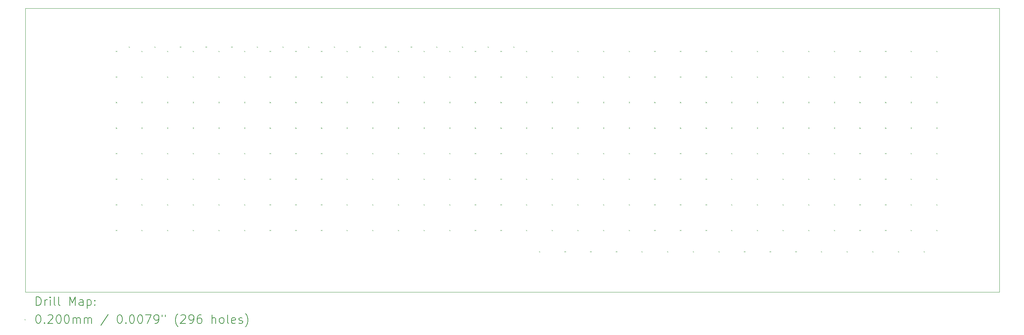
<source format=gbr>
%TF.GenerationSoftware,KiCad,Pcbnew,6.0.8+dfsg-1~bpo11+1*%
%TF.CreationDate,2023-03-24T18:54:09-04:00*%
%TF.ProjectId,captouch_sensor_interleaved_loose,63617074-6f75-4636-985f-73656e736f72,rev?*%
%TF.SameCoordinates,Original*%
%TF.FileFunction,Drillmap*%
%TF.FilePolarity,Positive*%
%FSLAX45Y45*%
G04 Gerber Fmt 4.5, Leading zero omitted, Abs format (unit mm)*
G04 Created by KiCad (PCBNEW 6.0.8+dfsg-1~bpo11+1) date 2023-03-24 18:54:09*
%MOMM*%
%LPD*%
G01*
G04 APERTURE LIST*
%ADD10C,0.100000*%
%ADD11C,0.200000*%
%ADD12C,0.020000*%
G04 APERTURE END LIST*
D10*
X4217500Y-4700000D02*
X27005000Y-4700000D01*
X27005000Y-4700000D02*
X27005000Y-11355000D01*
X27005000Y-11355000D02*
X4217500Y-11355000D01*
X4217500Y-11355000D02*
X4217500Y-4700000D01*
D11*
D12*
X6332500Y-5697500D02*
X6352500Y-5717500D01*
X6352500Y-5697500D02*
X6332500Y-5717500D01*
X6332500Y-6297500D02*
X6352500Y-6317500D01*
X6352500Y-6297500D02*
X6332500Y-6317500D01*
X6332500Y-6897500D02*
X6352500Y-6917500D01*
X6352500Y-6897500D02*
X6332500Y-6917500D01*
X6332500Y-7497500D02*
X6352500Y-7517500D01*
X6352500Y-7497500D02*
X6332500Y-7517500D01*
X6332500Y-8097500D02*
X6352500Y-8117500D01*
X6352500Y-8097500D02*
X6332500Y-8117500D01*
X6332500Y-8697500D02*
X6352500Y-8717500D01*
X6352500Y-8697500D02*
X6332500Y-8717500D01*
X6332500Y-9297500D02*
X6352500Y-9317500D01*
X6352500Y-9297500D02*
X6332500Y-9317500D01*
X6332500Y-9897500D02*
X6352500Y-9917500D01*
X6352500Y-9897500D02*
X6332500Y-9917500D01*
X6632500Y-5597500D02*
X6652500Y-5617500D01*
X6652500Y-5597500D02*
X6632500Y-5617500D01*
X6932500Y-5697500D02*
X6952500Y-5717500D01*
X6952500Y-5697500D02*
X6932500Y-5717500D01*
X6932500Y-6297500D02*
X6952500Y-6317500D01*
X6952500Y-6297500D02*
X6932500Y-6317500D01*
X6932500Y-6897500D02*
X6952500Y-6917500D01*
X6952500Y-6897500D02*
X6932500Y-6917500D01*
X6932500Y-7497500D02*
X6952500Y-7517500D01*
X6952500Y-7497500D02*
X6932500Y-7517500D01*
X6932500Y-8097500D02*
X6952500Y-8117500D01*
X6952500Y-8097500D02*
X6932500Y-8117500D01*
X6932500Y-8697500D02*
X6952500Y-8717500D01*
X6952500Y-8697500D02*
X6932500Y-8717500D01*
X6932500Y-9297500D02*
X6952500Y-9317500D01*
X6952500Y-9297500D02*
X6932500Y-9317500D01*
X6932500Y-9897500D02*
X6952500Y-9917500D01*
X6952500Y-9897500D02*
X6932500Y-9917500D01*
X7232500Y-5597500D02*
X7252500Y-5617500D01*
X7252500Y-5597500D02*
X7232500Y-5617500D01*
X7532500Y-5697500D02*
X7552500Y-5717500D01*
X7552500Y-5697500D02*
X7532500Y-5717500D01*
X7532500Y-6297500D02*
X7552500Y-6317500D01*
X7552500Y-6297500D02*
X7532500Y-6317500D01*
X7532500Y-6897500D02*
X7552500Y-6917500D01*
X7552500Y-6897500D02*
X7532500Y-6917500D01*
X7532500Y-7497500D02*
X7552500Y-7517500D01*
X7552500Y-7497500D02*
X7532500Y-7517500D01*
X7532500Y-8097500D02*
X7552500Y-8117500D01*
X7552500Y-8097500D02*
X7532500Y-8117500D01*
X7532500Y-8697500D02*
X7552500Y-8717500D01*
X7552500Y-8697500D02*
X7532500Y-8717500D01*
X7532500Y-9297500D02*
X7552500Y-9317500D01*
X7552500Y-9297500D02*
X7532500Y-9317500D01*
X7532500Y-9897500D02*
X7552500Y-9917500D01*
X7552500Y-9897500D02*
X7532500Y-9917500D01*
X7832500Y-5597500D02*
X7852500Y-5617500D01*
X7852500Y-5597500D02*
X7832500Y-5617500D01*
X8132500Y-5697500D02*
X8152500Y-5717500D01*
X8152500Y-5697500D02*
X8132500Y-5717500D01*
X8132500Y-6297500D02*
X8152500Y-6317500D01*
X8152500Y-6297500D02*
X8132500Y-6317500D01*
X8132500Y-6897500D02*
X8152500Y-6917500D01*
X8152500Y-6897500D02*
X8132500Y-6917500D01*
X8132500Y-7497500D02*
X8152500Y-7517500D01*
X8152500Y-7497500D02*
X8132500Y-7517500D01*
X8132500Y-8097500D02*
X8152500Y-8117500D01*
X8152500Y-8097500D02*
X8132500Y-8117500D01*
X8132500Y-8697500D02*
X8152500Y-8717500D01*
X8152500Y-8697500D02*
X8132500Y-8717500D01*
X8132500Y-9297500D02*
X8152500Y-9317500D01*
X8152500Y-9297500D02*
X8132500Y-9317500D01*
X8132500Y-9897500D02*
X8152500Y-9917500D01*
X8152500Y-9897500D02*
X8132500Y-9917500D01*
X8432500Y-5597500D02*
X8452500Y-5617500D01*
X8452500Y-5597500D02*
X8432500Y-5617500D01*
X8732500Y-5697500D02*
X8752500Y-5717500D01*
X8752500Y-5697500D02*
X8732500Y-5717500D01*
X8732500Y-6297500D02*
X8752500Y-6317500D01*
X8752500Y-6297500D02*
X8732500Y-6317500D01*
X8732500Y-6897500D02*
X8752500Y-6917500D01*
X8752500Y-6897500D02*
X8732500Y-6917500D01*
X8732500Y-7497500D02*
X8752500Y-7517500D01*
X8752500Y-7497500D02*
X8732500Y-7517500D01*
X8732500Y-8097500D02*
X8752500Y-8117500D01*
X8752500Y-8097500D02*
X8732500Y-8117500D01*
X8732500Y-8697500D02*
X8752500Y-8717500D01*
X8752500Y-8697500D02*
X8732500Y-8717500D01*
X8732500Y-9297500D02*
X8752500Y-9317500D01*
X8752500Y-9297500D02*
X8732500Y-9317500D01*
X8732500Y-9897500D02*
X8752500Y-9917500D01*
X8752500Y-9897500D02*
X8732500Y-9917500D01*
X9032500Y-5597500D02*
X9052500Y-5617500D01*
X9052500Y-5597500D02*
X9032500Y-5617500D01*
X9332500Y-5697500D02*
X9352500Y-5717500D01*
X9352500Y-5697500D02*
X9332500Y-5717500D01*
X9332500Y-6297500D02*
X9352500Y-6317500D01*
X9352500Y-6297500D02*
X9332500Y-6317500D01*
X9332500Y-6897500D02*
X9352500Y-6917500D01*
X9352500Y-6897500D02*
X9332500Y-6917500D01*
X9332500Y-7497500D02*
X9352500Y-7517500D01*
X9352500Y-7497500D02*
X9332500Y-7517500D01*
X9332500Y-8097500D02*
X9352500Y-8117500D01*
X9352500Y-8097500D02*
X9332500Y-8117500D01*
X9332500Y-8697500D02*
X9352500Y-8717500D01*
X9352500Y-8697500D02*
X9332500Y-8717500D01*
X9332500Y-9297500D02*
X9352500Y-9317500D01*
X9352500Y-9297500D02*
X9332500Y-9317500D01*
X9332500Y-9897500D02*
X9352500Y-9917500D01*
X9352500Y-9897500D02*
X9332500Y-9917500D01*
X9632500Y-5597500D02*
X9652500Y-5617500D01*
X9652500Y-5597500D02*
X9632500Y-5617500D01*
X9932500Y-5697500D02*
X9952500Y-5717500D01*
X9952500Y-5697500D02*
X9932500Y-5717500D01*
X9932500Y-6297500D02*
X9952500Y-6317500D01*
X9952500Y-6297500D02*
X9932500Y-6317500D01*
X9932500Y-6897500D02*
X9952500Y-6917500D01*
X9952500Y-6897500D02*
X9932500Y-6917500D01*
X9932500Y-7497500D02*
X9952500Y-7517500D01*
X9952500Y-7497500D02*
X9932500Y-7517500D01*
X9932500Y-8097500D02*
X9952500Y-8117500D01*
X9952500Y-8097500D02*
X9932500Y-8117500D01*
X9932500Y-8697500D02*
X9952500Y-8717500D01*
X9952500Y-8697500D02*
X9932500Y-8717500D01*
X9932500Y-9297500D02*
X9952500Y-9317500D01*
X9952500Y-9297500D02*
X9932500Y-9317500D01*
X9932500Y-9897500D02*
X9952500Y-9917500D01*
X9952500Y-9897500D02*
X9932500Y-9917500D01*
X10232500Y-5597500D02*
X10252500Y-5617500D01*
X10252500Y-5597500D02*
X10232500Y-5617500D01*
X10532500Y-5697500D02*
X10552500Y-5717500D01*
X10552500Y-5697500D02*
X10532500Y-5717500D01*
X10532500Y-6297500D02*
X10552500Y-6317500D01*
X10552500Y-6297500D02*
X10532500Y-6317500D01*
X10532500Y-6897500D02*
X10552500Y-6917500D01*
X10552500Y-6897500D02*
X10532500Y-6917500D01*
X10532500Y-7497500D02*
X10552500Y-7517500D01*
X10552500Y-7497500D02*
X10532500Y-7517500D01*
X10532500Y-8097500D02*
X10552500Y-8117500D01*
X10552500Y-8097500D02*
X10532500Y-8117500D01*
X10532500Y-8697500D02*
X10552500Y-8717500D01*
X10552500Y-8697500D02*
X10532500Y-8717500D01*
X10532500Y-9297500D02*
X10552500Y-9317500D01*
X10552500Y-9297500D02*
X10532500Y-9317500D01*
X10532500Y-9897500D02*
X10552500Y-9917500D01*
X10552500Y-9897500D02*
X10532500Y-9917500D01*
X10832500Y-5597500D02*
X10852500Y-5617500D01*
X10852500Y-5597500D02*
X10832500Y-5617500D01*
X11132500Y-5697500D02*
X11152500Y-5717500D01*
X11152500Y-5697500D02*
X11132500Y-5717500D01*
X11132500Y-6297500D02*
X11152500Y-6317500D01*
X11152500Y-6297500D02*
X11132500Y-6317500D01*
X11132500Y-6897500D02*
X11152500Y-6917500D01*
X11152500Y-6897500D02*
X11132500Y-6917500D01*
X11132500Y-7497500D02*
X11152500Y-7517500D01*
X11152500Y-7497500D02*
X11132500Y-7517500D01*
X11132500Y-8097500D02*
X11152500Y-8117500D01*
X11152500Y-8097500D02*
X11132500Y-8117500D01*
X11132500Y-8697500D02*
X11152500Y-8717500D01*
X11152500Y-8697500D02*
X11132500Y-8717500D01*
X11132500Y-9297500D02*
X11152500Y-9317500D01*
X11152500Y-9297500D02*
X11132500Y-9317500D01*
X11132500Y-9897500D02*
X11152500Y-9917500D01*
X11152500Y-9897500D02*
X11132500Y-9917500D01*
X11432500Y-5597500D02*
X11452500Y-5617500D01*
X11452500Y-5597500D02*
X11432500Y-5617500D01*
X11732500Y-5697500D02*
X11752500Y-5717500D01*
X11752500Y-5697500D02*
X11732500Y-5717500D01*
X11732500Y-6297500D02*
X11752500Y-6317500D01*
X11752500Y-6297500D02*
X11732500Y-6317500D01*
X11732500Y-6897500D02*
X11752500Y-6917500D01*
X11752500Y-6897500D02*
X11732500Y-6917500D01*
X11732500Y-7497500D02*
X11752500Y-7517500D01*
X11752500Y-7497500D02*
X11732500Y-7517500D01*
X11732500Y-8097500D02*
X11752500Y-8117500D01*
X11752500Y-8097500D02*
X11732500Y-8117500D01*
X11732500Y-8697500D02*
X11752500Y-8717500D01*
X11752500Y-8697500D02*
X11732500Y-8717500D01*
X11732500Y-9297500D02*
X11752500Y-9317500D01*
X11752500Y-9297500D02*
X11732500Y-9317500D01*
X11732500Y-9897500D02*
X11752500Y-9917500D01*
X11752500Y-9897500D02*
X11732500Y-9917500D01*
X12032500Y-5597500D02*
X12052500Y-5617500D01*
X12052500Y-5597500D02*
X12032500Y-5617500D01*
X12332500Y-5697500D02*
X12352500Y-5717500D01*
X12352500Y-5697500D02*
X12332500Y-5717500D01*
X12332500Y-6297500D02*
X12352500Y-6317500D01*
X12352500Y-6297500D02*
X12332500Y-6317500D01*
X12332500Y-6897500D02*
X12352500Y-6917500D01*
X12352500Y-6897500D02*
X12332500Y-6917500D01*
X12332500Y-7497500D02*
X12352500Y-7517500D01*
X12352500Y-7497500D02*
X12332500Y-7517500D01*
X12332500Y-8097500D02*
X12352500Y-8117500D01*
X12352500Y-8097500D02*
X12332500Y-8117500D01*
X12332500Y-8697500D02*
X12352500Y-8717500D01*
X12352500Y-8697500D02*
X12332500Y-8717500D01*
X12332500Y-9297500D02*
X12352500Y-9317500D01*
X12352500Y-9297500D02*
X12332500Y-9317500D01*
X12332500Y-9897500D02*
X12352500Y-9917500D01*
X12352500Y-9897500D02*
X12332500Y-9917500D01*
X12632500Y-5597500D02*
X12652500Y-5617500D01*
X12652500Y-5597500D02*
X12632500Y-5617500D01*
X12932500Y-5697500D02*
X12952500Y-5717500D01*
X12952500Y-5697500D02*
X12932500Y-5717500D01*
X12932500Y-6297500D02*
X12952500Y-6317500D01*
X12952500Y-6297500D02*
X12932500Y-6317500D01*
X12932500Y-6897500D02*
X12952500Y-6917500D01*
X12952500Y-6897500D02*
X12932500Y-6917500D01*
X12932500Y-7497500D02*
X12952500Y-7517500D01*
X12952500Y-7497500D02*
X12932500Y-7517500D01*
X12932500Y-8097500D02*
X12952500Y-8117500D01*
X12952500Y-8097500D02*
X12932500Y-8117500D01*
X12932500Y-8697500D02*
X12952500Y-8717500D01*
X12952500Y-8697500D02*
X12932500Y-8717500D01*
X12932500Y-9297500D02*
X12952500Y-9317500D01*
X12952500Y-9297500D02*
X12932500Y-9317500D01*
X12932500Y-9897500D02*
X12952500Y-9917500D01*
X12952500Y-9897500D02*
X12932500Y-9917500D01*
X13232500Y-5597500D02*
X13252500Y-5617500D01*
X13252500Y-5597500D02*
X13232500Y-5617500D01*
X13532500Y-5697500D02*
X13552500Y-5717500D01*
X13552500Y-5697500D02*
X13532500Y-5717500D01*
X13532500Y-6297500D02*
X13552500Y-6317500D01*
X13552500Y-6297500D02*
X13532500Y-6317500D01*
X13532500Y-6897500D02*
X13552500Y-6917500D01*
X13552500Y-6897500D02*
X13532500Y-6917500D01*
X13532500Y-7497500D02*
X13552500Y-7517500D01*
X13552500Y-7497500D02*
X13532500Y-7517500D01*
X13532500Y-8097500D02*
X13552500Y-8117500D01*
X13552500Y-8097500D02*
X13532500Y-8117500D01*
X13532500Y-8697500D02*
X13552500Y-8717500D01*
X13552500Y-8697500D02*
X13532500Y-8717500D01*
X13532500Y-9297500D02*
X13552500Y-9317500D01*
X13552500Y-9297500D02*
X13532500Y-9317500D01*
X13532500Y-9897500D02*
X13552500Y-9917500D01*
X13552500Y-9897500D02*
X13532500Y-9917500D01*
X13832500Y-5597500D02*
X13852500Y-5617500D01*
X13852500Y-5597500D02*
X13832500Y-5617500D01*
X14132500Y-5697500D02*
X14152500Y-5717500D01*
X14152500Y-5697500D02*
X14132500Y-5717500D01*
X14132500Y-6297500D02*
X14152500Y-6317500D01*
X14152500Y-6297500D02*
X14132500Y-6317500D01*
X14132500Y-6897500D02*
X14152500Y-6917500D01*
X14152500Y-6897500D02*
X14132500Y-6917500D01*
X14132500Y-7497500D02*
X14152500Y-7517500D01*
X14152500Y-7497500D02*
X14132500Y-7517500D01*
X14132500Y-8097500D02*
X14152500Y-8117500D01*
X14152500Y-8097500D02*
X14132500Y-8117500D01*
X14132500Y-8697500D02*
X14152500Y-8717500D01*
X14152500Y-8697500D02*
X14132500Y-8717500D01*
X14132500Y-9297500D02*
X14152500Y-9317500D01*
X14152500Y-9297500D02*
X14132500Y-9317500D01*
X14132500Y-9897500D02*
X14152500Y-9917500D01*
X14152500Y-9897500D02*
X14132500Y-9917500D01*
X14432500Y-5597500D02*
X14452500Y-5617500D01*
X14452500Y-5597500D02*
X14432500Y-5617500D01*
X14732500Y-5697500D02*
X14752500Y-5717500D01*
X14752500Y-5697500D02*
X14732500Y-5717500D01*
X14732500Y-6297500D02*
X14752500Y-6317500D01*
X14752500Y-6297500D02*
X14732500Y-6317500D01*
X14732500Y-6897500D02*
X14752500Y-6917500D01*
X14752500Y-6897500D02*
X14732500Y-6917500D01*
X14732500Y-7497500D02*
X14752500Y-7517500D01*
X14752500Y-7497500D02*
X14732500Y-7517500D01*
X14732500Y-8097500D02*
X14752500Y-8117500D01*
X14752500Y-8097500D02*
X14732500Y-8117500D01*
X14732500Y-8697500D02*
X14752500Y-8717500D01*
X14752500Y-8697500D02*
X14732500Y-8717500D01*
X14732500Y-9297500D02*
X14752500Y-9317500D01*
X14752500Y-9297500D02*
X14732500Y-9317500D01*
X14732500Y-9897500D02*
X14752500Y-9917500D01*
X14752500Y-9897500D02*
X14732500Y-9917500D01*
X15032500Y-5597500D02*
X15052500Y-5617500D01*
X15052500Y-5597500D02*
X15032500Y-5617500D01*
X15332500Y-5697500D02*
X15352500Y-5717500D01*
X15352500Y-5697500D02*
X15332500Y-5717500D01*
X15332500Y-6297500D02*
X15352500Y-6317500D01*
X15352500Y-6297500D02*
X15332500Y-6317500D01*
X15332500Y-6897500D02*
X15352500Y-6917500D01*
X15352500Y-6897500D02*
X15332500Y-6917500D01*
X15332500Y-7497500D02*
X15352500Y-7517500D01*
X15352500Y-7497500D02*
X15332500Y-7517500D01*
X15332500Y-8097500D02*
X15352500Y-8117500D01*
X15352500Y-8097500D02*
X15332500Y-8117500D01*
X15332500Y-8697500D02*
X15352500Y-8717500D01*
X15352500Y-8697500D02*
X15332500Y-8717500D01*
X15332500Y-9297500D02*
X15352500Y-9317500D01*
X15352500Y-9297500D02*
X15332500Y-9317500D01*
X15332500Y-9897500D02*
X15352500Y-9917500D01*
X15352500Y-9897500D02*
X15332500Y-9917500D01*
X15632500Y-5597500D02*
X15652500Y-5617500D01*
X15652500Y-5597500D02*
X15632500Y-5617500D01*
X15932500Y-5697500D02*
X15952500Y-5717500D01*
X15952500Y-5697500D02*
X15932500Y-5717500D01*
X15932500Y-6297500D02*
X15952500Y-6317500D01*
X15952500Y-6297500D02*
X15932500Y-6317500D01*
X15932500Y-6897500D02*
X15952500Y-6917500D01*
X15952500Y-6897500D02*
X15932500Y-6917500D01*
X15932500Y-7497500D02*
X15952500Y-7517500D01*
X15952500Y-7497500D02*
X15932500Y-7517500D01*
X15932500Y-8097500D02*
X15952500Y-8117500D01*
X15952500Y-8097500D02*
X15932500Y-8117500D01*
X15932500Y-8697500D02*
X15952500Y-8717500D01*
X15952500Y-8697500D02*
X15932500Y-8717500D01*
X15932500Y-9297500D02*
X15952500Y-9317500D01*
X15952500Y-9297500D02*
X15932500Y-9317500D01*
X15932500Y-9897500D02*
X15952500Y-9917500D01*
X15952500Y-9897500D02*
X15932500Y-9917500D01*
X16232500Y-10397500D02*
X16252500Y-10417500D01*
X16252500Y-10397500D02*
X16232500Y-10417500D01*
X16532500Y-5697500D02*
X16552500Y-5717500D01*
X16552500Y-5697500D02*
X16532500Y-5717500D01*
X16532500Y-6297500D02*
X16552500Y-6317500D01*
X16552500Y-6297500D02*
X16532500Y-6317500D01*
X16532500Y-6897500D02*
X16552500Y-6917500D01*
X16552500Y-6897500D02*
X16532500Y-6917500D01*
X16532500Y-7497500D02*
X16552500Y-7517500D01*
X16552500Y-7497500D02*
X16532500Y-7517500D01*
X16532500Y-8097500D02*
X16552500Y-8117500D01*
X16552500Y-8097500D02*
X16532500Y-8117500D01*
X16532500Y-8697500D02*
X16552500Y-8717500D01*
X16552500Y-8697500D02*
X16532500Y-8717500D01*
X16532500Y-9297500D02*
X16552500Y-9317500D01*
X16552500Y-9297500D02*
X16532500Y-9317500D01*
X16532500Y-9897500D02*
X16552500Y-9917500D01*
X16552500Y-9897500D02*
X16532500Y-9917500D01*
X16832500Y-10397500D02*
X16852500Y-10417500D01*
X16852500Y-10397500D02*
X16832500Y-10417500D01*
X17132500Y-5697500D02*
X17152500Y-5717500D01*
X17152500Y-5697500D02*
X17132500Y-5717500D01*
X17132500Y-6297500D02*
X17152500Y-6317500D01*
X17152500Y-6297500D02*
X17132500Y-6317500D01*
X17132500Y-6897500D02*
X17152500Y-6917500D01*
X17152500Y-6897500D02*
X17132500Y-6917500D01*
X17132500Y-7497500D02*
X17152500Y-7517500D01*
X17152500Y-7497500D02*
X17132500Y-7517500D01*
X17132500Y-8097500D02*
X17152500Y-8117500D01*
X17152500Y-8097500D02*
X17132500Y-8117500D01*
X17132500Y-8697500D02*
X17152500Y-8717500D01*
X17152500Y-8697500D02*
X17132500Y-8717500D01*
X17132500Y-9297500D02*
X17152500Y-9317500D01*
X17152500Y-9297500D02*
X17132500Y-9317500D01*
X17132500Y-9897500D02*
X17152500Y-9917500D01*
X17152500Y-9897500D02*
X17132500Y-9917500D01*
X17432500Y-10397500D02*
X17452500Y-10417500D01*
X17452500Y-10397500D02*
X17432500Y-10417500D01*
X17732500Y-5697500D02*
X17752500Y-5717500D01*
X17752500Y-5697500D02*
X17732500Y-5717500D01*
X17732500Y-6297500D02*
X17752500Y-6317500D01*
X17752500Y-6297500D02*
X17732500Y-6317500D01*
X17732500Y-6897500D02*
X17752500Y-6917500D01*
X17752500Y-6897500D02*
X17732500Y-6917500D01*
X17732500Y-7497500D02*
X17752500Y-7517500D01*
X17752500Y-7497500D02*
X17732500Y-7517500D01*
X17732500Y-8097500D02*
X17752500Y-8117500D01*
X17752500Y-8097500D02*
X17732500Y-8117500D01*
X17732500Y-8697500D02*
X17752500Y-8717500D01*
X17752500Y-8697500D02*
X17732500Y-8717500D01*
X17732500Y-9297500D02*
X17752500Y-9317500D01*
X17752500Y-9297500D02*
X17732500Y-9317500D01*
X17732500Y-9897500D02*
X17752500Y-9917500D01*
X17752500Y-9897500D02*
X17732500Y-9917500D01*
X18032500Y-10397500D02*
X18052500Y-10417500D01*
X18052500Y-10397500D02*
X18032500Y-10417500D01*
X18332500Y-5697500D02*
X18352500Y-5717500D01*
X18352500Y-5697500D02*
X18332500Y-5717500D01*
X18332500Y-6297500D02*
X18352500Y-6317500D01*
X18352500Y-6297500D02*
X18332500Y-6317500D01*
X18332500Y-6897500D02*
X18352500Y-6917500D01*
X18352500Y-6897500D02*
X18332500Y-6917500D01*
X18332500Y-7497500D02*
X18352500Y-7517500D01*
X18352500Y-7497500D02*
X18332500Y-7517500D01*
X18332500Y-8097500D02*
X18352500Y-8117500D01*
X18352500Y-8097500D02*
X18332500Y-8117500D01*
X18332500Y-8697500D02*
X18352500Y-8717500D01*
X18352500Y-8697500D02*
X18332500Y-8717500D01*
X18332500Y-9297500D02*
X18352500Y-9317500D01*
X18352500Y-9297500D02*
X18332500Y-9317500D01*
X18332500Y-9897500D02*
X18352500Y-9917500D01*
X18352500Y-9897500D02*
X18332500Y-9917500D01*
X18632500Y-10397500D02*
X18652500Y-10417500D01*
X18652500Y-10397500D02*
X18632500Y-10417500D01*
X18932500Y-5697500D02*
X18952500Y-5717500D01*
X18952500Y-5697500D02*
X18932500Y-5717500D01*
X18932500Y-6297500D02*
X18952500Y-6317500D01*
X18952500Y-6297500D02*
X18932500Y-6317500D01*
X18932500Y-6897500D02*
X18952500Y-6917500D01*
X18952500Y-6897500D02*
X18932500Y-6917500D01*
X18932500Y-7497500D02*
X18952500Y-7517500D01*
X18952500Y-7497500D02*
X18932500Y-7517500D01*
X18932500Y-8097500D02*
X18952500Y-8117500D01*
X18952500Y-8097500D02*
X18932500Y-8117500D01*
X18932500Y-8697500D02*
X18952500Y-8717500D01*
X18952500Y-8697500D02*
X18932500Y-8717500D01*
X18932500Y-9297500D02*
X18952500Y-9317500D01*
X18952500Y-9297500D02*
X18932500Y-9317500D01*
X18932500Y-9897500D02*
X18952500Y-9917500D01*
X18952500Y-9897500D02*
X18932500Y-9917500D01*
X19232500Y-10397500D02*
X19252500Y-10417500D01*
X19252500Y-10397500D02*
X19232500Y-10417500D01*
X19532500Y-5697500D02*
X19552500Y-5717500D01*
X19552500Y-5697500D02*
X19532500Y-5717500D01*
X19532500Y-6297500D02*
X19552500Y-6317500D01*
X19552500Y-6297500D02*
X19532500Y-6317500D01*
X19532500Y-6897500D02*
X19552500Y-6917500D01*
X19552500Y-6897500D02*
X19532500Y-6917500D01*
X19532500Y-7497500D02*
X19552500Y-7517500D01*
X19552500Y-7497500D02*
X19532500Y-7517500D01*
X19532500Y-8097500D02*
X19552500Y-8117500D01*
X19552500Y-8097500D02*
X19532500Y-8117500D01*
X19532500Y-8697500D02*
X19552500Y-8717500D01*
X19552500Y-8697500D02*
X19532500Y-8717500D01*
X19532500Y-9297500D02*
X19552500Y-9317500D01*
X19552500Y-9297500D02*
X19532500Y-9317500D01*
X19532500Y-9897500D02*
X19552500Y-9917500D01*
X19552500Y-9897500D02*
X19532500Y-9917500D01*
X19832500Y-10397500D02*
X19852500Y-10417500D01*
X19852500Y-10397500D02*
X19832500Y-10417500D01*
X20132500Y-5697500D02*
X20152500Y-5717500D01*
X20152500Y-5697500D02*
X20132500Y-5717500D01*
X20132500Y-6297500D02*
X20152500Y-6317500D01*
X20152500Y-6297500D02*
X20132500Y-6317500D01*
X20132500Y-6897500D02*
X20152500Y-6917500D01*
X20152500Y-6897500D02*
X20132500Y-6917500D01*
X20132500Y-7497500D02*
X20152500Y-7517500D01*
X20152500Y-7497500D02*
X20132500Y-7517500D01*
X20132500Y-8097500D02*
X20152500Y-8117500D01*
X20152500Y-8097500D02*
X20132500Y-8117500D01*
X20132500Y-8697500D02*
X20152500Y-8717500D01*
X20152500Y-8697500D02*
X20132500Y-8717500D01*
X20132500Y-9297500D02*
X20152500Y-9317500D01*
X20152500Y-9297500D02*
X20132500Y-9317500D01*
X20132500Y-9897500D02*
X20152500Y-9917500D01*
X20152500Y-9897500D02*
X20132500Y-9917500D01*
X20432500Y-10397500D02*
X20452500Y-10417500D01*
X20452500Y-10397500D02*
X20432500Y-10417500D01*
X20732500Y-5697500D02*
X20752500Y-5717500D01*
X20752500Y-5697500D02*
X20732500Y-5717500D01*
X20732500Y-6297500D02*
X20752500Y-6317500D01*
X20752500Y-6297500D02*
X20732500Y-6317500D01*
X20732500Y-6897500D02*
X20752500Y-6917500D01*
X20752500Y-6897500D02*
X20732500Y-6917500D01*
X20732500Y-7497500D02*
X20752500Y-7517500D01*
X20752500Y-7497500D02*
X20732500Y-7517500D01*
X20732500Y-8097500D02*
X20752500Y-8117500D01*
X20752500Y-8097500D02*
X20732500Y-8117500D01*
X20732500Y-8697500D02*
X20752500Y-8717500D01*
X20752500Y-8697500D02*
X20732500Y-8717500D01*
X20732500Y-9297500D02*
X20752500Y-9317500D01*
X20752500Y-9297500D02*
X20732500Y-9317500D01*
X20732500Y-9897500D02*
X20752500Y-9917500D01*
X20752500Y-9897500D02*
X20732500Y-9917500D01*
X21032500Y-10397500D02*
X21052500Y-10417500D01*
X21052500Y-10397500D02*
X21032500Y-10417500D01*
X21332500Y-5697500D02*
X21352500Y-5717500D01*
X21352500Y-5697500D02*
X21332500Y-5717500D01*
X21332500Y-6297500D02*
X21352500Y-6317500D01*
X21352500Y-6297500D02*
X21332500Y-6317500D01*
X21332500Y-6897500D02*
X21352500Y-6917500D01*
X21352500Y-6897500D02*
X21332500Y-6917500D01*
X21332500Y-7497500D02*
X21352500Y-7517500D01*
X21352500Y-7497500D02*
X21332500Y-7517500D01*
X21332500Y-8097500D02*
X21352500Y-8117500D01*
X21352500Y-8097500D02*
X21332500Y-8117500D01*
X21332500Y-8697500D02*
X21352500Y-8717500D01*
X21352500Y-8697500D02*
X21332500Y-8717500D01*
X21332500Y-9297500D02*
X21352500Y-9317500D01*
X21352500Y-9297500D02*
X21332500Y-9317500D01*
X21332500Y-9897500D02*
X21352500Y-9917500D01*
X21352500Y-9897500D02*
X21332500Y-9917500D01*
X21632500Y-10397500D02*
X21652500Y-10417500D01*
X21652500Y-10397500D02*
X21632500Y-10417500D01*
X21932500Y-5697500D02*
X21952500Y-5717500D01*
X21952500Y-5697500D02*
X21932500Y-5717500D01*
X21932500Y-6297500D02*
X21952500Y-6317500D01*
X21952500Y-6297500D02*
X21932500Y-6317500D01*
X21932500Y-6897500D02*
X21952500Y-6917500D01*
X21952500Y-6897500D02*
X21932500Y-6917500D01*
X21932500Y-7497500D02*
X21952500Y-7517500D01*
X21952500Y-7497500D02*
X21932500Y-7517500D01*
X21932500Y-8097500D02*
X21952500Y-8117500D01*
X21952500Y-8097500D02*
X21932500Y-8117500D01*
X21932500Y-8697500D02*
X21952500Y-8717500D01*
X21952500Y-8697500D02*
X21932500Y-8717500D01*
X21932500Y-9297500D02*
X21952500Y-9317500D01*
X21952500Y-9297500D02*
X21932500Y-9317500D01*
X21932500Y-9897500D02*
X21952500Y-9917500D01*
X21952500Y-9897500D02*
X21932500Y-9917500D01*
X22232500Y-10397500D02*
X22252500Y-10417500D01*
X22252500Y-10397500D02*
X22232500Y-10417500D01*
X22532500Y-5697500D02*
X22552500Y-5717500D01*
X22552500Y-5697500D02*
X22532500Y-5717500D01*
X22532500Y-6297500D02*
X22552500Y-6317500D01*
X22552500Y-6297500D02*
X22532500Y-6317500D01*
X22532500Y-6897500D02*
X22552500Y-6917500D01*
X22552500Y-6897500D02*
X22532500Y-6917500D01*
X22532500Y-7497500D02*
X22552500Y-7517500D01*
X22552500Y-7497500D02*
X22532500Y-7517500D01*
X22532500Y-8097500D02*
X22552500Y-8117500D01*
X22552500Y-8097500D02*
X22532500Y-8117500D01*
X22532500Y-8697500D02*
X22552500Y-8717500D01*
X22552500Y-8697500D02*
X22532500Y-8717500D01*
X22532500Y-9297500D02*
X22552500Y-9317500D01*
X22552500Y-9297500D02*
X22532500Y-9317500D01*
X22532500Y-9897500D02*
X22552500Y-9917500D01*
X22552500Y-9897500D02*
X22532500Y-9917500D01*
X22832500Y-10397500D02*
X22852500Y-10417500D01*
X22852500Y-10397500D02*
X22832500Y-10417500D01*
X23132500Y-5697500D02*
X23152500Y-5717500D01*
X23152500Y-5697500D02*
X23132500Y-5717500D01*
X23132500Y-6297500D02*
X23152500Y-6317500D01*
X23152500Y-6297500D02*
X23132500Y-6317500D01*
X23132500Y-6897500D02*
X23152500Y-6917500D01*
X23152500Y-6897500D02*
X23132500Y-6917500D01*
X23132500Y-7497500D02*
X23152500Y-7517500D01*
X23152500Y-7497500D02*
X23132500Y-7517500D01*
X23132500Y-8097500D02*
X23152500Y-8117500D01*
X23152500Y-8097500D02*
X23132500Y-8117500D01*
X23132500Y-8697500D02*
X23152500Y-8717500D01*
X23152500Y-8697500D02*
X23132500Y-8717500D01*
X23132500Y-9297500D02*
X23152500Y-9317500D01*
X23152500Y-9297500D02*
X23132500Y-9317500D01*
X23132500Y-9897500D02*
X23152500Y-9917500D01*
X23152500Y-9897500D02*
X23132500Y-9917500D01*
X23432500Y-10397500D02*
X23452500Y-10417500D01*
X23452500Y-10397500D02*
X23432500Y-10417500D01*
X23732500Y-5697500D02*
X23752500Y-5717500D01*
X23752500Y-5697500D02*
X23732500Y-5717500D01*
X23732500Y-6297500D02*
X23752500Y-6317500D01*
X23752500Y-6297500D02*
X23732500Y-6317500D01*
X23732500Y-6897500D02*
X23752500Y-6917500D01*
X23752500Y-6897500D02*
X23732500Y-6917500D01*
X23732500Y-7497500D02*
X23752500Y-7517500D01*
X23752500Y-7497500D02*
X23732500Y-7517500D01*
X23732500Y-8097500D02*
X23752500Y-8117500D01*
X23752500Y-8097500D02*
X23732500Y-8117500D01*
X23732500Y-8697500D02*
X23752500Y-8717500D01*
X23752500Y-8697500D02*
X23732500Y-8717500D01*
X23732500Y-9297500D02*
X23752500Y-9317500D01*
X23752500Y-9297500D02*
X23732500Y-9317500D01*
X23732500Y-9897500D02*
X23752500Y-9917500D01*
X23752500Y-9897500D02*
X23732500Y-9917500D01*
X24032500Y-10397500D02*
X24052500Y-10417500D01*
X24052500Y-10397500D02*
X24032500Y-10417500D01*
X24332500Y-5697500D02*
X24352500Y-5717500D01*
X24352500Y-5697500D02*
X24332500Y-5717500D01*
X24332500Y-6297500D02*
X24352500Y-6317500D01*
X24352500Y-6297500D02*
X24332500Y-6317500D01*
X24332500Y-6897500D02*
X24352500Y-6917500D01*
X24352500Y-6897500D02*
X24332500Y-6917500D01*
X24332500Y-7497500D02*
X24352500Y-7517500D01*
X24352500Y-7497500D02*
X24332500Y-7517500D01*
X24332500Y-8097500D02*
X24352500Y-8117500D01*
X24352500Y-8097500D02*
X24332500Y-8117500D01*
X24332500Y-8697500D02*
X24352500Y-8717500D01*
X24352500Y-8697500D02*
X24332500Y-8717500D01*
X24332500Y-9297500D02*
X24352500Y-9317500D01*
X24352500Y-9297500D02*
X24332500Y-9317500D01*
X24332500Y-9897500D02*
X24352500Y-9917500D01*
X24352500Y-9897500D02*
X24332500Y-9917500D01*
X24632500Y-10397500D02*
X24652500Y-10417500D01*
X24652500Y-10397500D02*
X24632500Y-10417500D01*
X24932500Y-5697500D02*
X24952500Y-5717500D01*
X24952500Y-5697500D02*
X24932500Y-5717500D01*
X24932500Y-6297500D02*
X24952500Y-6317500D01*
X24952500Y-6297500D02*
X24932500Y-6317500D01*
X24932500Y-6897500D02*
X24952500Y-6917500D01*
X24952500Y-6897500D02*
X24932500Y-6917500D01*
X24932500Y-7497500D02*
X24952500Y-7517500D01*
X24952500Y-7497500D02*
X24932500Y-7517500D01*
X24932500Y-8097500D02*
X24952500Y-8117500D01*
X24952500Y-8097500D02*
X24932500Y-8117500D01*
X24932500Y-8697500D02*
X24952500Y-8717500D01*
X24952500Y-8697500D02*
X24932500Y-8717500D01*
X24932500Y-9297500D02*
X24952500Y-9317500D01*
X24952500Y-9297500D02*
X24932500Y-9317500D01*
X24932500Y-9897500D02*
X24952500Y-9917500D01*
X24952500Y-9897500D02*
X24932500Y-9917500D01*
X25232500Y-10397500D02*
X25252500Y-10417500D01*
X25252500Y-10397500D02*
X25232500Y-10417500D01*
X25532500Y-5697500D02*
X25552500Y-5717500D01*
X25552500Y-5697500D02*
X25532500Y-5717500D01*
X25532500Y-6297500D02*
X25552500Y-6317500D01*
X25552500Y-6297500D02*
X25532500Y-6317500D01*
X25532500Y-6897500D02*
X25552500Y-6917500D01*
X25552500Y-6897500D02*
X25532500Y-6917500D01*
X25532500Y-7497500D02*
X25552500Y-7517500D01*
X25552500Y-7497500D02*
X25532500Y-7517500D01*
X25532500Y-8097500D02*
X25552500Y-8117500D01*
X25552500Y-8097500D02*
X25532500Y-8117500D01*
X25532500Y-8697500D02*
X25552500Y-8717500D01*
X25552500Y-8697500D02*
X25532500Y-8717500D01*
X25532500Y-9297500D02*
X25552500Y-9317500D01*
X25552500Y-9297500D02*
X25532500Y-9317500D01*
X25532500Y-9897500D02*
X25552500Y-9917500D01*
X25552500Y-9897500D02*
X25532500Y-9917500D01*
D11*
X4470119Y-11670476D02*
X4470119Y-11470476D01*
X4517738Y-11470476D01*
X4546310Y-11480000D01*
X4565357Y-11499048D01*
X4574881Y-11518095D01*
X4584405Y-11556190D01*
X4584405Y-11584762D01*
X4574881Y-11622857D01*
X4565357Y-11641905D01*
X4546310Y-11660952D01*
X4517738Y-11670476D01*
X4470119Y-11670476D01*
X4670119Y-11670476D02*
X4670119Y-11537143D01*
X4670119Y-11575238D02*
X4679643Y-11556190D01*
X4689167Y-11546667D01*
X4708214Y-11537143D01*
X4727262Y-11537143D01*
X4793929Y-11670476D02*
X4793929Y-11537143D01*
X4793929Y-11470476D02*
X4784405Y-11480000D01*
X4793929Y-11489524D01*
X4803452Y-11480000D01*
X4793929Y-11470476D01*
X4793929Y-11489524D01*
X4917738Y-11670476D02*
X4898690Y-11660952D01*
X4889167Y-11641905D01*
X4889167Y-11470476D01*
X5022500Y-11670476D02*
X5003452Y-11660952D01*
X4993929Y-11641905D01*
X4993929Y-11470476D01*
X5251071Y-11670476D02*
X5251071Y-11470476D01*
X5317738Y-11613333D01*
X5384405Y-11470476D01*
X5384405Y-11670476D01*
X5565357Y-11670476D02*
X5565357Y-11565714D01*
X5555833Y-11546667D01*
X5536786Y-11537143D01*
X5498690Y-11537143D01*
X5479643Y-11546667D01*
X5565357Y-11660952D02*
X5546310Y-11670476D01*
X5498690Y-11670476D01*
X5479643Y-11660952D01*
X5470119Y-11641905D01*
X5470119Y-11622857D01*
X5479643Y-11603809D01*
X5498690Y-11594286D01*
X5546310Y-11594286D01*
X5565357Y-11584762D01*
X5660595Y-11537143D02*
X5660595Y-11737143D01*
X5660595Y-11546667D02*
X5679643Y-11537143D01*
X5717738Y-11537143D01*
X5736786Y-11546667D01*
X5746309Y-11556190D01*
X5755833Y-11575238D01*
X5755833Y-11632381D01*
X5746309Y-11651428D01*
X5736786Y-11660952D01*
X5717738Y-11670476D01*
X5679643Y-11670476D01*
X5660595Y-11660952D01*
X5841548Y-11651428D02*
X5851071Y-11660952D01*
X5841548Y-11670476D01*
X5832024Y-11660952D01*
X5841548Y-11651428D01*
X5841548Y-11670476D01*
X5841548Y-11546667D02*
X5851071Y-11556190D01*
X5841548Y-11565714D01*
X5832024Y-11556190D01*
X5841548Y-11546667D01*
X5841548Y-11565714D01*
D12*
X4192500Y-11990000D02*
X4212500Y-12010000D01*
X4212500Y-11990000D02*
X4192500Y-12010000D01*
D11*
X4508214Y-11890476D02*
X4527262Y-11890476D01*
X4546310Y-11900000D01*
X4555833Y-11909524D01*
X4565357Y-11928571D01*
X4574881Y-11966667D01*
X4574881Y-12014286D01*
X4565357Y-12052381D01*
X4555833Y-12071428D01*
X4546310Y-12080952D01*
X4527262Y-12090476D01*
X4508214Y-12090476D01*
X4489167Y-12080952D01*
X4479643Y-12071428D01*
X4470119Y-12052381D01*
X4460595Y-12014286D01*
X4460595Y-11966667D01*
X4470119Y-11928571D01*
X4479643Y-11909524D01*
X4489167Y-11900000D01*
X4508214Y-11890476D01*
X4660595Y-12071428D02*
X4670119Y-12080952D01*
X4660595Y-12090476D01*
X4651071Y-12080952D01*
X4660595Y-12071428D01*
X4660595Y-12090476D01*
X4746310Y-11909524D02*
X4755833Y-11900000D01*
X4774881Y-11890476D01*
X4822500Y-11890476D01*
X4841548Y-11900000D01*
X4851071Y-11909524D01*
X4860595Y-11928571D01*
X4860595Y-11947619D01*
X4851071Y-11976190D01*
X4736786Y-12090476D01*
X4860595Y-12090476D01*
X4984405Y-11890476D02*
X5003452Y-11890476D01*
X5022500Y-11900000D01*
X5032024Y-11909524D01*
X5041548Y-11928571D01*
X5051071Y-11966667D01*
X5051071Y-12014286D01*
X5041548Y-12052381D01*
X5032024Y-12071428D01*
X5022500Y-12080952D01*
X5003452Y-12090476D01*
X4984405Y-12090476D01*
X4965357Y-12080952D01*
X4955833Y-12071428D01*
X4946310Y-12052381D01*
X4936786Y-12014286D01*
X4936786Y-11966667D01*
X4946310Y-11928571D01*
X4955833Y-11909524D01*
X4965357Y-11900000D01*
X4984405Y-11890476D01*
X5174881Y-11890476D02*
X5193929Y-11890476D01*
X5212976Y-11900000D01*
X5222500Y-11909524D01*
X5232024Y-11928571D01*
X5241548Y-11966667D01*
X5241548Y-12014286D01*
X5232024Y-12052381D01*
X5222500Y-12071428D01*
X5212976Y-12080952D01*
X5193929Y-12090476D01*
X5174881Y-12090476D01*
X5155833Y-12080952D01*
X5146310Y-12071428D01*
X5136786Y-12052381D01*
X5127262Y-12014286D01*
X5127262Y-11966667D01*
X5136786Y-11928571D01*
X5146310Y-11909524D01*
X5155833Y-11900000D01*
X5174881Y-11890476D01*
X5327262Y-12090476D02*
X5327262Y-11957143D01*
X5327262Y-11976190D02*
X5336786Y-11966667D01*
X5355833Y-11957143D01*
X5384405Y-11957143D01*
X5403452Y-11966667D01*
X5412976Y-11985714D01*
X5412976Y-12090476D01*
X5412976Y-11985714D02*
X5422500Y-11966667D01*
X5441548Y-11957143D01*
X5470119Y-11957143D01*
X5489167Y-11966667D01*
X5498690Y-11985714D01*
X5498690Y-12090476D01*
X5593928Y-12090476D02*
X5593928Y-11957143D01*
X5593928Y-11976190D02*
X5603452Y-11966667D01*
X5622500Y-11957143D01*
X5651071Y-11957143D01*
X5670119Y-11966667D01*
X5679643Y-11985714D01*
X5679643Y-12090476D01*
X5679643Y-11985714D02*
X5689167Y-11966667D01*
X5708214Y-11957143D01*
X5736786Y-11957143D01*
X5755833Y-11966667D01*
X5765357Y-11985714D01*
X5765357Y-12090476D01*
X6155833Y-11880952D02*
X5984405Y-12138095D01*
X6412976Y-11890476D02*
X6432024Y-11890476D01*
X6451071Y-11900000D01*
X6460595Y-11909524D01*
X6470119Y-11928571D01*
X6479643Y-11966667D01*
X6479643Y-12014286D01*
X6470119Y-12052381D01*
X6460595Y-12071428D01*
X6451071Y-12080952D01*
X6432024Y-12090476D01*
X6412976Y-12090476D01*
X6393928Y-12080952D01*
X6384405Y-12071428D01*
X6374881Y-12052381D01*
X6365357Y-12014286D01*
X6365357Y-11966667D01*
X6374881Y-11928571D01*
X6384405Y-11909524D01*
X6393928Y-11900000D01*
X6412976Y-11890476D01*
X6565357Y-12071428D02*
X6574881Y-12080952D01*
X6565357Y-12090476D01*
X6555833Y-12080952D01*
X6565357Y-12071428D01*
X6565357Y-12090476D01*
X6698690Y-11890476D02*
X6717738Y-11890476D01*
X6736786Y-11900000D01*
X6746309Y-11909524D01*
X6755833Y-11928571D01*
X6765357Y-11966667D01*
X6765357Y-12014286D01*
X6755833Y-12052381D01*
X6746309Y-12071428D01*
X6736786Y-12080952D01*
X6717738Y-12090476D01*
X6698690Y-12090476D01*
X6679643Y-12080952D01*
X6670119Y-12071428D01*
X6660595Y-12052381D01*
X6651071Y-12014286D01*
X6651071Y-11966667D01*
X6660595Y-11928571D01*
X6670119Y-11909524D01*
X6679643Y-11900000D01*
X6698690Y-11890476D01*
X6889167Y-11890476D02*
X6908214Y-11890476D01*
X6927262Y-11900000D01*
X6936786Y-11909524D01*
X6946309Y-11928571D01*
X6955833Y-11966667D01*
X6955833Y-12014286D01*
X6946309Y-12052381D01*
X6936786Y-12071428D01*
X6927262Y-12080952D01*
X6908214Y-12090476D01*
X6889167Y-12090476D01*
X6870119Y-12080952D01*
X6860595Y-12071428D01*
X6851071Y-12052381D01*
X6841548Y-12014286D01*
X6841548Y-11966667D01*
X6851071Y-11928571D01*
X6860595Y-11909524D01*
X6870119Y-11900000D01*
X6889167Y-11890476D01*
X7022500Y-11890476D02*
X7155833Y-11890476D01*
X7070119Y-12090476D01*
X7241548Y-12090476D02*
X7279643Y-12090476D01*
X7298690Y-12080952D01*
X7308214Y-12071428D01*
X7327262Y-12042857D01*
X7336786Y-12004762D01*
X7336786Y-11928571D01*
X7327262Y-11909524D01*
X7317738Y-11900000D01*
X7298690Y-11890476D01*
X7260595Y-11890476D01*
X7241548Y-11900000D01*
X7232024Y-11909524D01*
X7222500Y-11928571D01*
X7222500Y-11976190D01*
X7232024Y-11995238D01*
X7241548Y-12004762D01*
X7260595Y-12014286D01*
X7298690Y-12014286D01*
X7317738Y-12004762D01*
X7327262Y-11995238D01*
X7336786Y-11976190D01*
X7412976Y-11890476D02*
X7412976Y-11928571D01*
X7489167Y-11890476D02*
X7489167Y-11928571D01*
X7784405Y-12166667D02*
X7774881Y-12157143D01*
X7755833Y-12128571D01*
X7746309Y-12109524D01*
X7736786Y-12080952D01*
X7727262Y-12033333D01*
X7727262Y-11995238D01*
X7736786Y-11947619D01*
X7746309Y-11919048D01*
X7755833Y-11900000D01*
X7774881Y-11871428D01*
X7784405Y-11861905D01*
X7851071Y-11909524D02*
X7860595Y-11900000D01*
X7879643Y-11890476D01*
X7927262Y-11890476D01*
X7946309Y-11900000D01*
X7955833Y-11909524D01*
X7965357Y-11928571D01*
X7965357Y-11947619D01*
X7955833Y-11976190D01*
X7841548Y-12090476D01*
X7965357Y-12090476D01*
X8060595Y-12090476D02*
X8098690Y-12090476D01*
X8117738Y-12080952D01*
X8127262Y-12071428D01*
X8146309Y-12042857D01*
X8155833Y-12004762D01*
X8155833Y-11928571D01*
X8146309Y-11909524D01*
X8136786Y-11900000D01*
X8117738Y-11890476D01*
X8079643Y-11890476D01*
X8060595Y-11900000D01*
X8051071Y-11909524D01*
X8041548Y-11928571D01*
X8041548Y-11976190D01*
X8051071Y-11995238D01*
X8060595Y-12004762D01*
X8079643Y-12014286D01*
X8117738Y-12014286D01*
X8136786Y-12004762D01*
X8146309Y-11995238D01*
X8155833Y-11976190D01*
X8327262Y-11890476D02*
X8289167Y-11890476D01*
X8270119Y-11900000D01*
X8260595Y-11909524D01*
X8241548Y-11938095D01*
X8232024Y-11976190D01*
X8232024Y-12052381D01*
X8241548Y-12071428D01*
X8251071Y-12080952D01*
X8270119Y-12090476D01*
X8308214Y-12090476D01*
X8327262Y-12080952D01*
X8336786Y-12071428D01*
X8346309Y-12052381D01*
X8346309Y-12004762D01*
X8336786Y-11985714D01*
X8327262Y-11976190D01*
X8308214Y-11966667D01*
X8270119Y-11966667D01*
X8251071Y-11976190D01*
X8241548Y-11985714D01*
X8232024Y-12004762D01*
X8584405Y-12090476D02*
X8584405Y-11890476D01*
X8670119Y-12090476D02*
X8670119Y-11985714D01*
X8660595Y-11966667D01*
X8641548Y-11957143D01*
X8612976Y-11957143D01*
X8593929Y-11966667D01*
X8584405Y-11976190D01*
X8793929Y-12090476D02*
X8774881Y-12080952D01*
X8765357Y-12071428D01*
X8755833Y-12052381D01*
X8755833Y-11995238D01*
X8765357Y-11976190D01*
X8774881Y-11966667D01*
X8793929Y-11957143D01*
X8822500Y-11957143D01*
X8841548Y-11966667D01*
X8851071Y-11976190D01*
X8860595Y-11995238D01*
X8860595Y-12052381D01*
X8851071Y-12071428D01*
X8841548Y-12080952D01*
X8822500Y-12090476D01*
X8793929Y-12090476D01*
X8974881Y-12090476D02*
X8955833Y-12080952D01*
X8946310Y-12061905D01*
X8946310Y-11890476D01*
X9127262Y-12080952D02*
X9108214Y-12090476D01*
X9070119Y-12090476D01*
X9051071Y-12080952D01*
X9041548Y-12061905D01*
X9041548Y-11985714D01*
X9051071Y-11966667D01*
X9070119Y-11957143D01*
X9108214Y-11957143D01*
X9127262Y-11966667D01*
X9136786Y-11985714D01*
X9136786Y-12004762D01*
X9041548Y-12023809D01*
X9212976Y-12080952D02*
X9232024Y-12090476D01*
X9270119Y-12090476D01*
X9289167Y-12080952D01*
X9298690Y-12061905D01*
X9298690Y-12052381D01*
X9289167Y-12033333D01*
X9270119Y-12023809D01*
X9241548Y-12023809D01*
X9222500Y-12014286D01*
X9212976Y-11995238D01*
X9212976Y-11985714D01*
X9222500Y-11966667D01*
X9241548Y-11957143D01*
X9270119Y-11957143D01*
X9289167Y-11966667D01*
X9365357Y-12166667D02*
X9374881Y-12157143D01*
X9393929Y-12128571D01*
X9403452Y-12109524D01*
X9412976Y-12080952D01*
X9422500Y-12033333D01*
X9422500Y-11995238D01*
X9412976Y-11947619D01*
X9403452Y-11919048D01*
X9393929Y-11900000D01*
X9374881Y-11871428D01*
X9365357Y-11861905D01*
M02*

</source>
